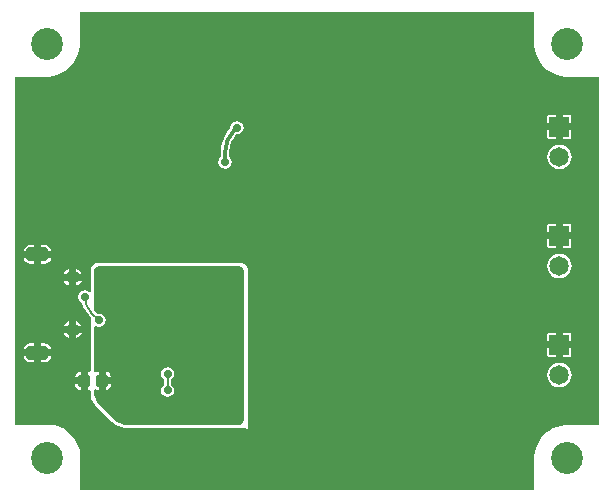
<source format=gbl>
G04 Layer_Physical_Order=2*
G04 Layer_Color=16711680*
%FSLAX43Y43*%
%MOMM*%
G71*
G01*
G75*
%ADD11C,0.300*%
%ADD12C,0.200*%
G04:AMPARAMS|DCode=37|XSize=1.9mm|YSize=1.2mm|CornerRadius=0.36mm|HoleSize=0mm|Usage=FLASHONLY|Rotation=0.000|XOffset=0mm|YOffset=0mm|HoleType=Round|Shape=RoundedRectangle|*
%AMROUNDEDRECTD37*
21,1,1.900,0.480,0,0,0.0*
21,1,1.180,1.200,0,0,0.0*
1,1,0.720,0.590,-0.240*
1,1,0.720,-0.590,-0.240*
1,1,0.720,-0.590,0.240*
1,1,0.720,0.590,0.240*
%
%ADD37ROUNDEDRECTD37*%
%ADD38O,1.250X1.050*%
%ADD39C,1.651*%
%ADD40R,1.651X1.651*%
%ADD41C,2.700*%
%ADD42C,0.700*%
%ADD43C,0.800*%
%ADD44C,1.000*%
G04:AMPARAMS|DCode=45|XSize=1.05mm|YSize=1.07mm|CornerRadius=0.131mm|HoleSize=0mm|Usage=FLASHONLY|Rotation=0.000|XOffset=0mm|YOffset=0mm|HoleType=Round|Shape=RoundedRectangle|*
%AMROUNDEDRECTD45*
21,1,1.050,0.807,0,0,0.0*
21,1,0.787,1.070,0,0,0.0*
1,1,0.263,0.394,-0.404*
1,1,0.263,-0.394,-0.404*
1,1,0.263,-0.394,0.404*
1,1,0.263,0.394,0.404*
%
%ADD45ROUNDEDRECTD45*%
G36*
X19150Y28250D02*
X19150Y28250D01*
X19151D01*
X19268Y28247D01*
X19462Y28166D01*
X19616Y28012D01*
X19700Y27809D01*
X19700Y27700D01*
X19700Y15300D01*
X19700D01*
X19700Y15201D01*
X19624Y15017D01*
X19483Y14876D01*
X19299Y14800D01*
X19200D01*
X9641Y14800D01*
Y14800D01*
X9536Y14800D01*
X9331Y14841D01*
X9137Y14921D01*
X8962Y15038D01*
X7341Y16659D01*
X7341Y16659D01*
X7254Y16749D01*
X7133Y16931D01*
X7045Y17143D01*
X7000Y17368D01*
X7000Y17483D01*
Y17723D01*
X7127Y17791D01*
X7137Y17784D01*
X7266Y17759D01*
X7360D01*
Y18500D01*
Y19241D01*
X7266D01*
X7137Y19216D01*
X7127Y19209D01*
X7000Y19277D01*
Y23078D01*
X7127Y23146D01*
X7185Y23107D01*
X7400Y23064D01*
X7615Y23107D01*
X7797Y23228D01*
X7918Y23410D01*
X7961Y23625D01*
X7918Y23840D01*
X7797Y24022D01*
X7615Y24143D01*
X7400Y24186D01*
X7293Y24164D01*
X7000Y24458D01*
Y27700D01*
X7000Y27700D01*
X7000Y27700D01*
X7004Y27818D01*
X7084Y28012D01*
X7238Y28166D01*
X7441Y28250D01*
X7550Y28250D01*
X19150Y28250D01*
X19150Y28250D01*
D02*
G37*
G36*
X44250Y47050D02*
Y46866D01*
X44298Y46503D01*
X44393Y46148D01*
X44533Y45809D01*
X44717Y45491D01*
X44940Y45200D01*
X45200Y44940D01*
X45491Y44717D01*
X45809Y44533D01*
X46148Y44393D01*
X46503Y44298D01*
X46866Y44250D01*
X47050Y44250D01*
X47050Y44250D01*
X49745Y44250D01*
Y14750D01*
X47050Y14750D01*
X46866Y14750D01*
X46503Y14702D01*
X46148Y14607D01*
X45809Y14467D01*
X45491Y14283D01*
X45200Y14060D01*
X44940Y13800D01*
X44717Y13509D01*
X44533Y13191D01*
X44393Y12852D01*
X44298Y12497D01*
X44250Y12134D01*
X44250Y11950D01*
X44250Y11950D01*
X44250Y11950D01*
X44250Y11950D01*
X44250Y9255D01*
X20000D01*
Y14246D01*
X20000Y14490D01*
X20000Y14553D01*
X20000D01*
X20000Y14627D01*
X20000Y27839D01*
X19987Y27968D01*
X19889Y28206D01*
X19706Y28389D01*
X19468Y28487D01*
X19339Y28500D01*
X19339Y28500D01*
X19339Y28500D01*
X7300Y28500D01*
X7183Y28488D01*
X6967Y28399D01*
X6801Y28233D01*
X6712Y28018D01*
X6712Y28017D01*
X6700Y27900D01*
X6700Y27900D01*
X6700Y27900D01*
Y26054D01*
X6573Y26013D01*
X6416Y26118D01*
X6201Y26161D01*
X5986Y26118D01*
X5804Y25997D01*
X5683Y25815D01*
X5640Y25600D01*
X5683Y25385D01*
X5804Y25203D01*
X5954Y25104D01*
X6057Y24764D01*
X6259Y24387D01*
X6530Y24056D01*
X6533Y24059D01*
X6533Y24059D01*
X6700Y23892D01*
X6700Y19332D01*
X6573Y19234D01*
X6534Y19242D01*
X6440D01*
Y18500D01*
Y17759D01*
X6534D01*
X6573Y17766D01*
X6700Y17668D01*
Y17383D01*
X6707Y17245D01*
X6761Y16974D01*
X6866Y16720D01*
X7019Y16490D01*
X7112Y16388D01*
X8346Y15154D01*
X8509Y15007D01*
X8872Y14763D01*
X9277Y14596D01*
X9706Y14511D01*
X9924Y14500D01*
X19873Y14500D01*
X19873Y14500D01*
D01*
X20000Y14373D01*
X20000Y14246D01*
X20000Y9255D01*
X5750D01*
X5750Y12638D01*
X5388Y13512D01*
X4512Y14388D01*
X3638Y14750D01*
X255D01*
Y44250D01*
X2950Y44250D01*
X3134D01*
X3497Y44298D01*
X3852Y44393D01*
X4191Y44533D01*
X4509Y44717D01*
X4800Y44940D01*
X5060Y45200D01*
X5283Y45491D01*
X5467Y45809D01*
X5607Y46148D01*
X5702Y46503D01*
X5750Y46866D01*
Y47050D01*
X5750Y47050D01*
X5750Y49745D01*
X44250D01*
X44250Y47050D01*
D02*
G37*
%LPC*%
G36*
X13200Y19661D02*
X12985Y19618D01*
X12804Y19497D01*
X12682Y19315D01*
X12639Y19100D01*
X12682Y18885D01*
X12804Y18703D01*
X12894Y18643D01*
Y18157D01*
X12804Y18097D01*
X12682Y17915D01*
X12639Y17700D01*
X12682Y17485D01*
X12804Y17303D01*
X12985Y17182D01*
X13200Y17139D01*
X13415Y17182D01*
X13597Y17303D01*
X13718Y17485D01*
X13761Y17700D01*
X13718Y17915D01*
X13597Y18097D01*
X13506Y18157D01*
Y18643D01*
X13597Y18703D01*
X13718Y18885D01*
X13761Y19100D01*
X13718Y19315D01*
X13597Y19497D01*
X13415Y19618D01*
X13200Y19661D01*
D02*
G37*
G36*
X8392Y18200D02*
X7960D01*
Y17759D01*
X8054D01*
X8183Y17784D01*
X8293Y17857D01*
X8366Y17967D01*
X8392Y18096D01*
Y18200D01*
D02*
G37*
G36*
X8054Y19241D02*
X7960D01*
Y18800D01*
X8392D01*
Y18904D01*
X8366Y19033D01*
X8293Y19143D01*
X8183Y19216D01*
X8054Y19241D01*
D02*
G37*
G36*
X47200Y22569D02*
X46675D01*
Y21840D01*
X47404D01*
Y22366D01*
X47389Y22444D01*
X47345Y22510D01*
X47279Y22554D01*
X47200Y22569D01*
D02*
G37*
G36*
X46075D02*
X45549D01*
X45471Y22554D01*
X45405Y22510D01*
X45361Y22444D01*
X45346Y22366D01*
Y21840D01*
X46075D01*
Y22569D01*
D02*
G37*
G36*
X1876Y21686D02*
X1586D01*
X1368Y21643D01*
X1182Y21519D01*
X1059Y21333D01*
X1027Y21175D01*
X1876D01*
Y21686D01*
D02*
G37*
G36*
X2766D02*
X2476D01*
Y21175D01*
X3325D01*
X3294Y21333D01*
X3170Y21519D01*
X2985Y21643D01*
X2766Y21686D01*
D02*
G37*
G36*
X4876Y23527D02*
X4710Y23458D01*
X4559Y23342D01*
X4443Y23191D01*
X4416Y23125D01*
X4876D01*
Y23527D01*
D02*
G37*
G36*
X5476D02*
Y23125D01*
X5936D01*
X5909Y23191D01*
X5793Y23342D01*
X5642Y23458D01*
X5476Y23527D01*
D02*
G37*
G36*
X4876Y22525D02*
X4416D01*
X4443Y22459D01*
X4559Y22308D01*
X4710Y22192D01*
X4876Y22123D01*
Y22525D01*
D02*
G37*
G36*
X5936D02*
X5476D01*
Y22123D01*
X5642Y22192D01*
X5793Y22308D01*
X5909Y22459D01*
X5936Y22525D01*
D02*
G37*
G36*
X47404Y21240D02*
X46675D01*
Y20511D01*
X47200D01*
X47279Y20526D01*
X47345Y20570D01*
X47389Y20636D01*
X47404Y20715D01*
Y21240D01*
D02*
G37*
G36*
X5840Y18200D02*
X5409D01*
Y18096D01*
X5434Y17967D01*
X5507Y17857D01*
X5617Y17784D01*
X5746Y17759D01*
X5840D01*
Y18200D01*
D02*
G37*
G36*
X46375Y20034D02*
X46107Y19999D01*
X45858Y19896D01*
X45644Y19731D01*
X45479Y19517D01*
X45376Y19268D01*
X45341Y19000D01*
X45376Y18732D01*
X45479Y18483D01*
X45644Y18269D01*
X45858Y18104D01*
X46107Y18001D01*
X46375Y17966D01*
X46643Y18001D01*
X46892Y18104D01*
X47106Y18269D01*
X47271Y18483D01*
X47374Y18732D01*
X47409Y19000D01*
X47374Y19268D01*
X47271Y19517D01*
X47106Y19731D01*
X46892Y19896D01*
X46643Y19999D01*
X46375Y20034D01*
D02*
G37*
G36*
X3325Y20575D02*
X2476D01*
Y20064D01*
X2766D01*
X2985Y20108D01*
X3170Y20231D01*
X3294Y20417D01*
X3325Y20575D01*
D02*
G37*
G36*
X46075Y21240D02*
X45346D01*
Y20715D01*
X45361Y20636D01*
X45405Y20570D01*
X45471Y20526D01*
X45549Y20511D01*
X46075D01*
Y21240D01*
D02*
G37*
G36*
X5840Y19242D02*
X5746D01*
X5617Y19216D01*
X5507Y19143D01*
X5434Y19033D01*
X5409Y18904D01*
Y18800D01*
X5840D01*
Y19242D01*
D02*
G37*
G36*
X1876Y20575D02*
X1027D01*
X1059Y20417D01*
X1182Y20231D01*
X1368Y20108D01*
X1586Y20064D01*
X1876D01*
Y20575D01*
D02*
G37*
G36*
X4876Y26975D02*
X4416D01*
X4443Y26909D01*
X4559Y26758D01*
X4710Y26642D01*
X4876Y26573D01*
Y26975D01*
D02*
G37*
G36*
X47200Y31799D02*
X46675D01*
Y31070D01*
X47404D01*
Y31596D01*
X47389Y31674D01*
X47345Y31740D01*
X47279Y31784D01*
X47200Y31799D01*
D02*
G37*
G36*
X46375Y38494D02*
X46107Y38459D01*
X45858Y38356D01*
X45644Y38191D01*
X45479Y37977D01*
X45376Y37728D01*
X45341Y37460D01*
X45376Y37192D01*
X45479Y36943D01*
X45644Y36729D01*
X45858Y36564D01*
X46107Y36461D01*
X46375Y36426D01*
X46643Y36461D01*
X46892Y36564D01*
X47106Y36729D01*
X47271Y36943D01*
X47374Y37192D01*
X47409Y37460D01*
X47374Y37728D01*
X47271Y37977D01*
X47106Y38191D01*
X46892Y38356D01*
X46643Y38459D01*
X46375Y38494D01*
D02*
G37*
G36*
X47404Y30470D02*
X46675D01*
Y29741D01*
X47200D01*
X47279Y29756D01*
X47345Y29800D01*
X47389Y29866D01*
X47404Y29945D01*
Y30470D01*
D02*
G37*
G36*
X46075Y31799D02*
X45549D01*
X45471Y31784D01*
X45405Y31740D01*
X45361Y31674D01*
X45346Y31596D01*
Y31070D01*
X46075D01*
Y31799D01*
D02*
G37*
G36*
X46075Y39700D02*
X45346D01*
Y39175D01*
X45361Y39096D01*
X45405Y39030D01*
X45471Y38986D01*
X45549Y38971D01*
X46075D01*
Y39700D01*
D02*
G37*
G36*
Y41029D02*
X45549D01*
X45471Y41014D01*
X45405Y40970D01*
X45361Y40904D01*
X45346Y40826D01*
Y40300D01*
X46075D01*
Y41029D01*
D02*
G37*
G36*
X47200D02*
X46675D01*
Y40300D01*
X47404D01*
Y40826D01*
X47389Y40904D01*
X47345Y40970D01*
X47279Y41014D01*
X47200Y41029D01*
D02*
G37*
G36*
X47404Y39700D02*
X46675D01*
Y38971D01*
X47200D01*
X47279Y38986D01*
X47345Y39030D01*
X47389Y39096D01*
X47404Y39175D01*
Y39700D01*
D02*
G37*
G36*
X19075Y40486D02*
X18860Y40443D01*
X18678Y40322D01*
X18557Y40140D01*
X18514Y39925D01*
X18524Y39875D01*
X18270Y39577D01*
X18032Y39189D01*
X17858Y38769D01*
X17752Y38326D01*
X17716Y37873D01*
X17718D01*
Y37448D01*
X17678Y37422D01*
X17557Y37240D01*
X17514Y37025D01*
X17557Y36810D01*
X17678Y36628D01*
X17860Y36507D01*
X18075Y36464D01*
X18290Y36507D01*
X18472Y36628D01*
X18593Y36810D01*
X18636Y37025D01*
X18593Y37240D01*
X18472Y37422D01*
X18432Y37448D01*
Y37873D01*
X18429Y37889D01*
X18469Y38300D01*
X18594Y38710D01*
X18796Y39088D01*
X19030Y39373D01*
X19075Y39364D01*
X19290Y39407D01*
X19472Y39528D01*
X19593Y39710D01*
X19636Y39925D01*
X19593Y40140D01*
X19472Y40322D01*
X19290Y40443D01*
X19075Y40486D01*
D02*
G37*
G36*
X4876Y27977D02*
X4710Y27908D01*
X4559Y27792D01*
X4443Y27641D01*
X4416Y27575D01*
X4876D01*
Y27977D01*
D02*
G37*
G36*
X5476D02*
Y27575D01*
X5936D01*
X5909Y27641D01*
X5793Y27792D01*
X5642Y27908D01*
X5476Y27977D01*
D02*
G37*
G36*
X5936Y26975D02*
X5476D01*
Y26573D01*
X5642Y26642D01*
X5793Y26758D01*
X5909Y26909D01*
X5936Y26975D01*
D02*
G37*
G36*
X46375Y29264D02*
X46107Y29229D01*
X45858Y29126D01*
X45644Y28961D01*
X45479Y28747D01*
X45376Y28498D01*
X45341Y28230D01*
X45376Y27962D01*
X45479Y27713D01*
X45644Y27499D01*
X45858Y27334D01*
X46107Y27231D01*
X46375Y27196D01*
X46643Y27231D01*
X46892Y27334D01*
X47106Y27499D01*
X47271Y27713D01*
X47374Y27962D01*
X47409Y28230D01*
X47374Y28498D01*
X47271Y28747D01*
X47106Y28961D01*
X46892Y29126D01*
X46643Y29229D01*
X46375Y29264D01*
D02*
G37*
G36*
X1876Y28925D02*
X1027D01*
X1059Y28767D01*
X1182Y28581D01*
X1368Y28458D01*
X1586Y28414D01*
X1876D01*
Y28925D01*
D02*
G37*
G36*
X2766Y30036D02*
X2476D01*
Y29525D01*
X3325D01*
X3294Y29684D01*
X3170Y29869D01*
X2985Y29993D01*
X2766Y30036D01*
D02*
G37*
G36*
X46075Y30470D02*
X45346D01*
Y29945D01*
X45361Y29866D01*
X45405Y29800D01*
X45471Y29756D01*
X45549Y29741D01*
X46075D01*
Y30470D01*
D02*
G37*
G36*
X3325Y28925D02*
X2476D01*
Y28414D01*
X2766D01*
X2985Y28458D01*
X3170Y28581D01*
X3294Y28767D01*
X3325Y28925D01*
D02*
G37*
G36*
X1876Y30036D02*
X1586D01*
X1368Y29993D01*
X1182Y29869D01*
X1059Y29684D01*
X1027Y29525D01*
X1876D01*
Y30036D01*
D02*
G37*
%LPD*%
D11*
X18819Y39669D02*
G03*
X18075Y37873I1796J-1796D01*
G01*
X18819Y39669D02*
X19075Y39925D01*
X18075Y37025D02*
Y37873D01*
D12*
X6201Y25600D02*
G03*
X6750Y24275I1873J0D01*
G01*
Y24275D02*
X7400Y23625D01*
X13200Y17700D02*
Y19100D01*
D37*
X2176Y29225D02*
D03*
X2176Y20875D02*
D03*
D38*
X5176Y22825D02*
D03*
Y27275D02*
D03*
D39*
X46375Y19000D02*
D03*
Y28230D02*
D03*
X46375Y37460D02*
D03*
D40*
X46375Y21540D02*
D03*
Y30770D02*
D03*
X46375Y40000D02*
D03*
D41*
X47000Y47000D02*
D03*
Y12000D02*
D03*
X3000D02*
D03*
Y47000D02*
D03*
D42*
X13375Y24750D02*
D03*
X7400Y23625D02*
D03*
X6201Y25600D02*
D03*
X7600Y24601D02*
D03*
X2200Y27084D02*
D03*
X2200Y22900D02*
D03*
X5800Y20600D02*
D03*
X24925Y26000D02*
D03*
X11355Y43274D02*
D03*
X21725Y27900D02*
D03*
X18950Y26925D02*
D03*
X17175Y26687D02*
D03*
X18075Y37025D02*
D03*
X19075Y39925D02*
D03*
X19700Y37935D02*
D03*
X16650Y38050D02*
D03*
X16565Y19693D02*
D03*
X9350Y19120D02*
D03*
X11650Y19135D02*
D03*
X6875Y48625D02*
D03*
X9232Y48555D02*
D03*
X15500Y23600D02*
D03*
X16800D02*
D03*
Y22400D02*
D03*
X15500D02*
D03*
X13200Y19100D02*
D03*
Y17700D02*
D03*
D43*
X1845Y40725D02*
D03*
X9780Y40725D02*
D03*
X1750Y36627D02*
D03*
X1725Y33425D02*
D03*
X9878Y36650D02*
D03*
X12575Y29600D02*
D03*
D44*
X23700Y13300D02*
D03*
Y15100D02*
D03*
Y16900D02*
D03*
Y18900D02*
D03*
X37200Y13300D02*
D03*
Y15100D02*
D03*
Y16900D02*
D03*
Y18900D02*
D03*
X34900Y21600D02*
D03*
X32725D02*
D03*
X30550D02*
D03*
X28375D02*
D03*
X26200D02*
D03*
X34900Y10600D02*
D03*
X32725D02*
D03*
X30550D02*
D03*
X28375D02*
D03*
X26200D02*
D03*
X24000Y21100D02*
D03*
X36800D02*
D03*
X24200Y11200D02*
D03*
X36800Y11300D02*
D03*
D45*
X7660Y18500D02*
D03*
X6140Y18500D02*
D03*
M02*

</source>
